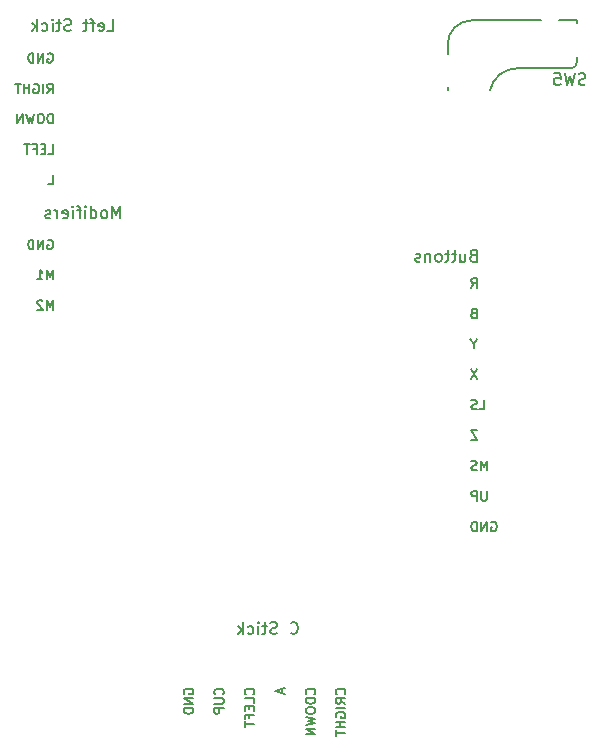
<source format=gbo>
%TF.GenerationSoftware,KiCad,Pcbnew,(6.0.7)*%
%TF.CreationDate,2023-01-05T19:49:15-06:00*%
%TF.ProjectId,OpenRectangle,4f70656e-5265-4637-9461-6e676c652e6b,rev?*%
%TF.SameCoordinates,Original*%
%TF.FileFunction,Legend,Bot*%
%TF.FilePolarity,Positive*%
%FSLAX46Y46*%
G04 Gerber Fmt 4.6, Leading zero omitted, Abs format (unit mm)*
G04 Created by KiCad (PCBNEW (6.0.7)) date 2023-01-05 19:49:15*
%MOMM*%
%LPD*%
G01*
G04 APERTURE LIST*
%ADD10C,0.200000*%
%ADD11C,0.150000*%
G04 APERTURE END LIST*
D10*
X194502380Y-90187904D02*
X194769047Y-89806952D01*
X194959523Y-90187904D02*
X194959523Y-89387904D01*
X194654761Y-89387904D01*
X194578571Y-89426000D01*
X194540476Y-89464095D01*
X194502380Y-89540285D01*
X194502380Y-89654571D01*
X194540476Y-89730761D01*
X194578571Y-89768857D01*
X194654761Y-89806952D01*
X194959523Y-89806952D01*
X194692857Y-92344857D02*
X194578571Y-92382952D01*
X194540476Y-92421047D01*
X194502380Y-92497238D01*
X194502380Y-92611523D01*
X194540476Y-92687714D01*
X194578571Y-92725809D01*
X194654761Y-92763904D01*
X194959523Y-92763904D01*
X194959523Y-91963904D01*
X194692857Y-91963904D01*
X194616666Y-92002000D01*
X194578571Y-92040095D01*
X194540476Y-92116285D01*
X194540476Y-92192476D01*
X194578571Y-92268666D01*
X194616666Y-92306761D01*
X194692857Y-92344857D01*
X194959523Y-92344857D01*
X194692857Y-94958952D02*
X194692857Y-95339904D01*
X194959523Y-94539904D02*
X194692857Y-94958952D01*
X194426190Y-94539904D01*
X194997619Y-97115904D02*
X194464285Y-97915904D01*
X194464285Y-97115904D02*
X194997619Y-97915904D01*
X195188095Y-100491904D02*
X195569047Y-100491904D01*
X195569047Y-99691904D01*
X194959523Y-100453809D02*
X194845238Y-100491904D01*
X194654761Y-100491904D01*
X194578571Y-100453809D01*
X194540476Y-100415714D01*
X194502380Y-100339523D01*
X194502380Y-100263333D01*
X194540476Y-100187142D01*
X194578571Y-100149047D01*
X194654761Y-100110952D01*
X194807142Y-100072857D01*
X194883333Y-100034761D01*
X194921428Y-99996666D01*
X194959523Y-99920476D01*
X194959523Y-99844285D01*
X194921428Y-99768095D01*
X194883333Y-99730000D01*
X194807142Y-99691904D01*
X194616666Y-99691904D01*
X194502380Y-99730000D01*
X194997619Y-102267904D02*
X194464285Y-102267904D01*
X194997619Y-103067904D01*
X194464285Y-103067904D01*
X195835714Y-105643904D02*
X195835714Y-104843904D01*
X195569047Y-105415333D01*
X195302380Y-104843904D01*
X195302380Y-105643904D01*
X194959523Y-105605809D02*
X194845238Y-105643904D01*
X194654761Y-105643904D01*
X194578571Y-105605809D01*
X194540476Y-105567714D01*
X194502380Y-105491523D01*
X194502380Y-105415333D01*
X194540476Y-105339142D01*
X194578571Y-105301047D01*
X194654761Y-105262952D01*
X194807142Y-105224857D01*
X194883333Y-105186761D01*
X194921428Y-105148666D01*
X194959523Y-105072476D01*
X194959523Y-104996285D01*
X194921428Y-104920095D01*
X194883333Y-104882000D01*
X194807142Y-104843904D01*
X194616666Y-104843904D01*
X194502380Y-104882000D01*
X195797619Y-107419904D02*
X195797619Y-108067523D01*
X195759523Y-108143714D01*
X195721428Y-108181809D01*
X195645238Y-108219904D01*
X195492857Y-108219904D01*
X195416666Y-108181809D01*
X195378571Y-108143714D01*
X195340476Y-108067523D01*
X195340476Y-107419904D01*
X194959523Y-108219904D02*
X194959523Y-107419904D01*
X194654761Y-107419904D01*
X194578571Y-107458000D01*
X194540476Y-107496095D01*
X194502380Y-107572285D01*
X194502380Y-107686571D01*
X194540476Y-107762761D01*
X194578571Y-107800857D01*
X194654761Y-107838952D01*
X194959523Y-107838952D01*
X196178571Y-110034000D02*
X196254761Y-109995904D01*
X196369047Y-109995904D01*
X196483333Y-110034000D01*
X196559523Y-110110190D01*
X196597619Y-110186380D01*
X196635714Y-110338761D01*
X196635714Y-110453047D01*
X196597619Y-110605428D01*
X196559523Y-110681619D01*
X196483333Y-110757809D01*
X196369047Y-110795904D01*
X196292857Y-110795904D01*
X196178571Y-110757809D01*
X196140476Y-110719714D01*
X196140476Y-110453047D01*
X196292857Y-110453047D01*
X195797619Y-110795904D02*
X195797619Y-109995904D01*
X195340476Y-110795904D01*
X195340476Y-109995904D01*
X194959523Y-110795904D02*
X194959523Y-109995904D01*
X194769047Y-109995904D01*
X194654761Y-110034000D01*
X194578571Y-110110190D01*
X194540476Y-110186380D01*
X194502380Y-110338761D01*
X194502380Y-110453047D01*
X194540476Y-110605428D01*
X194578571Y-110681619D01*
X194654761Y-110757809D01*
X194769047Y-110795904D01*
X194959523Y-110795904D01*
X158650476Y-70378000D02*
X158726666Y-70339904D01*
X158840952Y-70339904D01*
X158955238Y-70378000D01*
X159031428Y-70454190D01*
X159069523Y-70530380D01*
X159107619Y-70682761D01*
X159107619Y-70797047D01*
X159069523Y-70949428D01*
X159031428Y-71025619D01*
X158955238Y-71101809D01*
X158840952Y-71139904D01*
X158764761Y-71139904D01*
X158650476Y-71101809D01*
X158612380Y-71063714D01*
X158612380Y-70797047D01*
X158764761Y-70797047D01*
X158269523Y-71139904D02*
X158269523Y-70339904D01*
X157812380Y-71139904D01*
X157812380Y-70339904D01*
X157431428Y-71139904D02*
X157431428Y-70339904D01*
X157240952Y-70339904D01*
X157126666Y-70378000D01*
X157050476Y-70454190D01*
X157012380Y-70530380D01*
X156974285Y-70682761D01*
X156974285Y-70797047D01*
X157012380Y-70949428D01*
X157050476Y-71025619D01*
X157126666Y-71101809D01*
X157240952Y-71139904D01*
X157431428Y-71139904D01*
X158612380Y-73715904D02*
X158879047Y-73334952D01*
X159069523Y-73715904D02*
X159069523Y-72915904D01*
X158764761Y-72915904D01*
X158688571Y-72954000D01*
X158650476Y-72992095D01*
X158612380Y-73068285D01*
X158612380Y-73182571D01*
X158650476Y-73258761D01*
X158688571Y-73296857D01*
X158764761Y-73334952D01*
X159069523Y-73334952D01*
X158269523Y-73715904D02*
X158269523Y-72915904D01*
X157469523Y-72954000D02*
X157545714Y-72915904D01*
X157660000Y-72915904D01*
X157774285Y-72954000D01*
X157850476Y-73030190D01*
X157888571Y-73106380D01*
X157926666Y-73258761D01*
X157926666Y-73373047D01*
X157888571Y-73525428D01*
X157850476Y-73601619D01*
X157774285Y-73677809D01*
X157660000Y-73715904D01*
X157583809Y-73715904D01*
X157469523Y-73677809D01*
X157431428Y-73639714D01*
X157431428Y-73373047D01*
X157583809Y-73373047D01*
X157088571Y-73715904D02*
X157088571Y-72915904D01*
X157088571Y-73296857D02*
X156631428Y-73296857D01*
X156631428Y-73715904D02*
X156631428Y-72915904D01*
X156364761Y-72915904D02*
X155907619Y-72915904D01*
X156136190Y-73715904D02*
X156136190Y-72915904D01*
X159069523Y-76291904D02*
X159069523Y-75491904D01*
X158879047Y-75491904D01*
X158764761Y-75530000D01*
X158688571Y-75606190D01*
X158650476Y-75682380D01*
X158612380Y-75834761D01*
X158612380Y-75949047D01*
X158650476Y-76101428D01*
X158688571Y-76177619D01*
X158764761Y-76253809D01*
X158879047Y-76291904D01*
X159069523Y-76291904D01*
X158117142Y-75491904D02*
X157964761Y-75491904D01*
X157888571Y-75530000D01*
X157812380Y-75606190D01*
X157774285Y-75758571D01*
X157774285Y-76025238D01*
X157812380Y-76177619D01*
X157888571Y-76253809D01*
X157964761Y-76291904D01*
X158117142Y-76291904D01*
X158193333Y-76253809D01*
X158269523Y-76177619D01*
X158307619Y-76025238D01*
X158307619Y-75758571D01*
X158269523Y-75606190D01*
X158193333Y-75530000D01*
X158117142Y-75491904D01*
X157507619Y-75491904D02*
X157317142Y-76291904D01*
X157164761Y-75720476D01*
X157012380Y-76291904D01*
X156821904Y-75491904D01*
X156517142Y-76291904D02*
X156517142Y-75491904D01*
X156060000Y-76291904D01*
X156060000Y-75491904D01*
X158688571Y-78867904D02*
X159069523Y-78867904D01*
X159069523Y-78067904D01*
X158421904Y-78448857D02*
X158155238Y-78448857D01*
X158040952Y-78867904D02*
X158421904Y-78867904D01*
X158421904Y-78067904D01*
X158040952Y-78067904D01*
X157431428Y-78448857D02*
X157698095Y-78448857D01*
X157698095Y-78867904D02*
X157698095Y-78067904D01*
X157317142Y-78067904D01*
X157126666Y-78067904D02*
X156669523Y-78067904D01*
X156898095Y-78867904D02*
X156898095Y-78067904D01*
X158688571Y-81443904D02*
X159069523Y-81443904D01*
X159069523Y-80643904D01*
X158650476Y-86164000D02*
X158726666Y-86125904D01*
X158840952Y-86125904D01*
X158955238Y-86164000D01*
X159031428Y-86240190D01*
X159069523Y-86316380D01*
X159107619Y-86468761D01*
X159107619Y-86583047D01*
X159069523Y-86735428D01*
X159031428Y-86811619D01*
X158955238Y-86887809D01*
X158840952Y-86925904D01*
X158764761Y-86925904D01*
X158650476Y-86887809D01*
X158612380Y-86849714D01*
X158612380Y-86583047D01*
X158764761Y-86583047D01*
X158269523Y-86925904D02*
X158269523Y-86125904D01*
X157812380Y-86925904D01*
X157812380Y-86125904D01*
X157431428Y-86925904D02*
X157431428Y-86125904D01*
X157240952Y-86125904D01*
X157126666Y-86164000D01*
X157050476Y-86240190D01*
X157012380Y-86316380D01*
X156974285Y-86468761D01*
X156974285Y-86583047D01*
X157012380Y-86735428D01*
X157050476Y-86811619D01*
X157126666Y-86887809D01*
X157240952Y-86925904D01*
X157431428Y-86925904D01*
X159069523Y-89501904D02*
X159069523Y-88701904D01*
X158802857Y-89273333D01*
X158536190Y-88701904D01*
X158536190Y-89501904D01*
X157736190Y-89501904D02*
X158193333Y-89501904D01*
X157964761Y-89501904D02*
X157964761Y-88701904D01*
X158040952Y-88816190D01*
X158117142Y-88892380D01*
X158193333Y-88930476D01*
X159069523Y-92077904D02*
X159069523Y-91277904D01*
X158802857Y-91849333D01*
X158536190Y-91277904D01*
X158536190Y-92077904D01*
X158193333Y-91354095D02*
X158155238Y-91316000D01*
X158079047Y-91277904D01*
X157888571Y-91277904D01*
X157812380Y-91316000D01*
X157774285Y-91354095D01*
X157736190Y-91430285D01*
X157736190Y-91506476D01*
X157774285Y-91620761D01*
X158231428Y-92077904D01*
X157736190Y-92077904D01*
X170200000Y-124599523D02*
X170161904Y-124523333D01*
X170161904Y-124409047D01*
X170200000Y-124294761D01*
X170276190Y-124218571D01*
X170352380Y-124180476D01*
X170504761Y-124142380D01*
X170619047Y-124142380D01*
X170771428Y-124180476D01*
X170847619Y-124218571D01*
X170923809Y-124294761D01*
X170961904Y-124409047D01*
X170961904Y-124485238D01*
X170923809Y-124599523D01*
X170885714Y-124637619D01*
X170619047Y-124637619D01*
X170619047Y-124485238D01*
X170961904Y-124980476D02*
X170161904Y-124980476D01*
X170961904Y-125437619D01*
X170161904Y-125437619D01*
X170961904Y-125818571D02*
X170161904Y-125818571D01*
X170161904Y-126009047D01*
X170200000Y-126123333D01*
X170276190Y-126199523D01*
X170352380Y-126237619D01*
X170504761Y-126275714D01*
X170619047Y-126275714D01*
X170771428Y-126237619D01*
X170847619Y-126199523D01*
X170923809Y-126123333D01*
X170961904Y-126009047D01*
X170961904Y-125818571D01*
X173461714Y-124637619D02*
X173499809Y-124599523D01*
X173537904Y-124485238D01*
X173537904Y-124409047D01*
X173499809Y-124294761D01*
X173423619Y-124218571D01*
X173347428Y-124180476D01*
X173195047Y-124142380D01*
X173080761Y-124142380D01*
X172928380Y-124180476D01*
X172852190Y-124218571D01*
X172776000Y-124294761D01*
X172737904Y-124409047D01*
X172737904Y-124485238D01*
X172776000Y-124599523D01*
X172814095Y-124637619D01*
X172737904Y-124980476D02*
X173385523Y-124980476D01*
X173461714Y-125018571D01*
X173499809Y-125056666D01*
X173537904Y-125132857D01*
X173537904Y-125285238D01*
X173499809Y-125361428D01*
X173461714Y-125399523D01*
X173385523Y-125437619D01*
X172737904Y-125437619D01*
X173537904Y-125818571D02*
X172737904Y-125818571D01*
X172737904Y-126123333D01*
X172776000Y-126199523D01*
X172814095Y-126237619D01*
X172890285Y-126275714D01*
X173004571Y-126275714D01*
X173080761Y-126237619D01*
X173118857Y-126199523D01*
X173156952Y-126123333D01*
X173156952Y-125818571D01*
X176037714Y-124637619D02*
X176075809Y-124599523D01*
X176113904Y-124485238D01*
X176113904Y-124409047D01*
X176075809Y-124294761D01*
X175999619Y-124218571D01*
X175923428Y-124180476D01*
X175771047Y-124142380D01*
X175656761Y-124142380D01*
X175504380Y-124180476D01*
X175428190Y-124218571D01*
X175352000Y-124294761D01*
X175313904Y-124409047D01*
X175313904Y-124485238D01*
X175352000Y-124599523D01*
X175390095Y-124637619D01*
X176113904Y-125361428D02*
X176113904Y-124980476D01*
X175313904Y-124980476D01*
X175694857Y-125628095D02*
X175694857Y-125894761D01*
X176113904Y-126009047D02*
X176113904Y-125628095D01*
X175313904Y-125628095D01*
X175313904Y-126009047D01*
X175694857Y-126618571D02*
X175694857Y-126351904D01*
X176113904Y-126351904D02*
X175313904Y-126351904D01*
X175313904Y-126732857D01*
X175313904Y-126923333D02*
X175313904Y-127380476D01*
X176113904Y-127151904D02*
X175313904Y-127151904D01*
X178461333Y-124142380D02*
X178461333Y-124523333D01*
X178689904Y-124066190D02*
X177889904Y-124332857D01*
X178689904Y-124599523D01*
X181189714Y-124637619D02*
X181227809Y-124599523D01*
X181265904Y-124485238D01*
X181265904Y-124409047D01*
X181227809Y-124294761D01*
X181151619Y-124218571D01*
X181075428Y-124180476D01*
X180923047Y-124142380D01*
X180808761Y-124142380D01*
X180656380Y-124180476D01*
X180580190Y-124218571D01*
X180504000Y-124294761D01*
X180465904Y-124409047D01*
X180465904Y-124485238D01*
X180504000Y-124599523D01*
X180542095Y-124637619D01*
X181265904Y-124980476D02*
X180465904Y-124980476D01*
X180465904Y-125170952D01*
X180504000Y-125285238D01*
X180580190Y-125361428D01*
X180656380Y-125399523D01*
X180808761Y-125437619D01*
X180923047Y-125437619D01*
X181075428Y-125399523D01*
X181151619Y-125361428D01*
X181227809Y-125285238D01*
X181265904Y-125170952D01*
X181265904Y-124980476D01*
X180465904Y-125932857D02*
X180465904Y-126085238D01*
X180504000Y-126161428D01*
X180580190Y-126237619D01*
X180732571Y-126275714D01*
X180999238Y-126275714D01*
X181151619Y-126237619D01*
X181227809Y-126161428D01*
X181265904Y-126085238D01*
X181265904Y-125932857D01*
X181227809Y-125856666D01*
X181151619Y-125780476D01*
X180999238Y-125742380D01*
X180732571Y-125742380D01*
X180580190Y-125780476D01*
X180504000Y-125856666D01*
X180465904Y-125932857D01*
X180465904Y-126542380D02*
X181265904Y-126732857D01*
X180694476Y-126885238D01*
X181265904Y-127037619D01*
X180465904Y-127228095D01*
X181265904Y-127532857D02*
X180465904Y-127532857D01*
X181265904Y-127990000D01*
X180465904Y-127990000D01*
X183765714Y-124637619D02*
X183803809Y-124599523D01*
X183841904Y-124485238D01*
X183841904Y-124409047D01*
X183803809Y-124294761D01*
X183727619Y-124218571D01*
X183651428Y-124180476D01*
X183499047Y-124142380D01*
X183384761Y-124142380D01*
X183232380Y-124180476D01*
X183156190Y-124218571D01*
X183080000Y-124294761D01*
X183041904Y-124409047D01*
X183041904Y-124485238D01*
X183080000Y-124599523D01*
X183118095Y-124637619D01*
X183841904Y-125437619D02*
X183460952Y-125170952D01*
X183841904Y-124980476D02*
X183041904Y-124980476D01*
X183041904Y-125285238D01*
X183080000Y-125361428D01*
X183118095Y-125399523D01*
X183194285Y-125437619D01*
X183308571Y-125437619D01*
X183384761Y-125399523D01*
X183422857Y-125361428D01*
X183460952Y-125285238D01*
X183460952Y-124980476D01*
X183841904Y-125780476D02*
X183041904Y-125780476D01*
X183080000Y-126580476D02*
X183041904Y-126504285D01*
X183041904Y-126390000D01*
X183080000Y-126275714D01*
X183156190Y-126199523D01*
X183232380Y-126161428D01*
X183384761Y-126123333D01*
X183499047Y-126123333D01*
X183651428Y-126161428D01*
X183727619Y-126199523D01*
X183803809Y-126275714D01*
X183841904Y-126390000D01*
X183841904Y-126466190D01*
X183803809Y-126580476D01*
X183765714Y-126618571D01*
X183499047Y-126618571D01*
X183499047Y-126466190D01*
X183841904Y-126961428D02*
X183041904Y-126961428D01*
X183422857Y-126961428D02*
X183422857Y-127418571D01*
X183841904Y-127418571D02*
X183041904Y-127418571D01*
X183041904Y-127685238D02*
X183041904Y-128142380D01*
X183841904Y-127913809D02*
X183041904Y-127913809D01*
D11*
%TO.C,J9*%
X163664761Y-68452380D02*
X164140952Y-68452380D01*
X164140952Y-67452380D01*
X162950476Y-68404761D02*
X163045714Y-68452380D01*
X163236190Y-68452380D01*
X163331428Y-68404761D01*
X163379047Y-68309523D01*
X163379047Y-67928571D01*
X163331428Y-67833333D01*
X163236190Y-67785714D01*
X163045714Y-67785714D01*
X162950476Y-67833333D01*
X162902857Y-67928571D01*
X162902857Y-68023809D01*
X163379047Y-68119047D01*
X162617142Y-67785714D02*
X162236190Y-67785714D01*
X162474285Y-68452380D02*
X162474285Y-67595238D01*
X162426666Y-67500000D01*
X162331428Y-67452380D01*
X162236190Y-67452380D01*
X162045714Y-67785714D02*
X161664761Y-67785714D01*
X161902857Y-67452380D02*
X161902857Y-68309523D01*
X161855238Y-68404761D01*
X161760000Y-68452380D01*
X161664761Y-68452380D01*
X160617142Y-68404761D02*
X160474285Y-68452380D01*
X160236190Y-68452380D01*
X160140952Y-68404761D01*
X160093333Y-68357142D01*
X160045714Y-68261904D01*
X160045714Y-68166666D01*
X160093333Y-68071428D01*
X160140952Y-68023809D01*
X160236190Y-67976190D01*
X160426666Y-67928571D01*
X160521904Y-67880952D01*
X160569523Y-67833333D01*
X160617142Y-67738095D01*
X160617142Y-67642857D01*
X160569523Y-67547619D01*
X160521904Y-67500000D01*
X160426666Y-67452380D01*
X160188571Y-67452380D01*
X160045714Y-67500000D01*
X159760000Y-67785714D02*
X159379047Y-67785714D01*
X159617142Y-67452380D02*
X159617142Y-68309523D01*
X159569523Y-68404761D01*
X159474285Y-68452380D01*
X159379047Y-68452380D01*
X159045714Y-68452380D02*
X159045714Y-67785714D01*
X159045714Y-67452380D02*
X159093333Y-67500000D01*
X159045714Y-67547619D01*
X158998095Y-67500000D01*
X159045714Y-67452380D01*
X159045714Y-67547619D01*
X158140952Y-68404761D02*
X158236190Y-68452380D01*
X158426666Y-68452380D01*
X158521904Y-68404761D01*
X158569523Y-68357142D01*
X158617142Y-68261904D01*
X158617142Y-67976190D01*
X158569523Y-67880952D01*
X158521904Y-67833333D01*
X158426666Y-67785714D01*
X158236190Y-67785714D01*
X158140952Y-67833333D01*
X157712380Y-68452380D02*
X157712380Y-67452380D01*
X157617142Y-68071428D02*
X157331428Y-68452380D01*
X157331428Y-67785714D02*
X157712380Y-68166666D01*
%TO.C,J12*%
X194651904Y-87468571D02*
X194509047Y-87516190D01*
X194461428Y-87563809D01*
X194413809Y-87659047D01*
X194413809Y-87801904D01*
X194461428Y-87897142D01*
X194509047Y-87944761D01*
X194604285Y-87992380D01*
X194985238Y-87992380D01*
X194985238Y-86992380D01*
X194651904Y-86992380D01*
X194556666Y-87040000D01*
X194509047Y-87087619D01*
X194461428Y-87182857D01*
X194461428Y-87278095D01*
X194509047Y-87373333D01*
X194556666Y-87420952D01*
X194651904Y-87468571D01*
X194985238Y-87468571D01*
X193556666Y-87325714D02*
X193556666Y-87992380D01*
X193985238Y-87325714D02*
X193985238Y-87849523D01*
X193937619Y-87944761D01*
X193842380Y-87992380D01*
X193699523Y-87992380D01*
X193604285Y-87944761D01*
X193556666Y-87897142D01*
X193223333Y-87325714D02*
X192842380Y-87325714D01*
X193080476Y-86992380D02*
X193080476Y-87849523D01*
X193032857Y-87944761D01*
X192937619Y-87992380D01*
X192842380Y-87992380D01*
X192651904Y-87325714D02*
X192270952Y-87325714D01*
X192509047Y-86992380D02*
X192509047Y-87849523D01*
X192461428Y-87944761D01*
X192366190Y-87992380D01*
X192270952Y-87992380D01*
X191794761Y-87992380D02*
X191890000Y-87944761D01*
X191937619Y-87897142D01*
X191985238Y-87801904D01*
X191985238Y-87516190D01*
X191937619Y-87420952D01*
X191890000Y-87373333D01*
X191794761Y-87325714D01*
X191651904Y-87325714D01*
X191556666Y-87373333D01*
X191509047Y-87420952D01*
X191461428Y-87516190D01*
X191461428Y-87801904D01*
X191509047Y-87897142D01*
X191556666Y-87944761D01*
X191651904Y-87992380D01*
X191794761Y-87992380D01*
X191032857Y-87325714D02*
X191032857Y-87992380D01*
X191032857Y-87420952D02*
X190985238Y-87373333D01*
X190890000Y-87325714D01*
X190747142Y-87325714D01*
X190651904Y-87373333D01*
X190604285Y-87468571D01*
X190604285Y-87992380D01*
X190175714Y-87944761D02*
X190080476Y-87992380D01*
X189890000Y-87992380D01*
X189794761Y-87944761D01*
X189747142Y-87849523D01*
X189747142Y-87801904D01*
X189794761Y-87706666D01*
X189890000Y-87659047D01*
X190032857Y-87659047D01*
X190128095Y-87611428D01*
X190175714Y-87516190D01*
X190175714Y-87468571D01*
X190128095Y-87373333D01*
X190032857Y-87325714D01*
X189890000Y-87325714D01*
X189794761Y-87373333D01*
%TO.C,J11*%
X179194761Y-119427142D02*
X179242380Y-119474761D01*
X179385238Y-119522380D01*
X179480476Y-119522380D01*
X179623333Y-119474761D01*
X179718571Y-119379523D01*
X179766190Y-119284285D01*
X179813809Y-119093809D01*
X179813809Y-118950952D01*
X179766190Y-118760476D01*
X179718571Y-118665238D01*
X179623333Y-118570000D01*
X179480476Y-118522380D01*
X179385238Y-118522380D01*
X179242380Y-118570000D01*
X179194761Y-118617619D01*
X178051904Y-119474761D02*
X177909047Y-119522380D01*
X177670952Y-119522380D01*
X177575714Y-119474761D01*
X177528095Y-119427142D01*
X177480476Y-119331904D01*
X177480476Y-119236666D01*
X177528095Y-119141428D01*
X177575714Y-119093809D01*
X177670952Y-119046190D01*
X177861428Y-118998571D01*
X177956666Y-118950952D01*
X178004285Y-118903333D01*
X178051904Y-118808095D01*
X178051904Y-118712857D01*
X178004285Y-118617619D01*
X177956666Y-118570000D01*
X177861428Y-118522380D01*
X177623333Y-118522380D01*
X177480476Y-118570000D01*
X177194761Y-118855714D02*
X176813809Y-118855714D01*
X177051904Y-118522380D02*
X177051904Y-119379523D01*
X177004285Y-119474761D01*
X176909047Y-119522380D01*
X176813809Y-119522380D01*
X176480476Y-119522380D02*
X176480476Y-118855714D01*
X176480476Y-118522380D02*
X176528095Y-118570000D01*
X176480476Y-118617619D01*
X176432857Y-118570000D01*
X176480476Y-118522380D01*
X176480476Y-118617619D01*
X175575714Y-119474761D02*
X175670952Y-119522380D01*
X175861428Y-119522380D01*
X175956666Y-119474761D01*
X176004285Y-119427142D01*
X176051904Y-119331904D01*
X176051904Y-119046190D01*
X176004285Y-118950952D01*
X175956666Y-118903333D01*
X175861428Y-118855714D01*
X175670952Y-118855714D01*
X175575714Y-118903333D01*
X175147142Y-119522380D02*
X175147142Y-118522380D01*
X175051904Y-119141428D02*
X174766190Y-119522380D01*
X174766190Y-118855714D02*
X175147142Y-119236666D01*
%TO.C,J10*%
X164762857Y-84312380D02*
X164762857Y-83312380D01*
X164429523Y-84026666D01*
X164096190Y-83312380D01*
X164096190Y-84312380D01*
X163477142Y-84312380D02*
X163572380Y-84264761D01*
X163620000Y-84217142D01*
X163667619Y-84121904D01*
X163667619Y-83836190D01*
X163620000Y-83740952D01*
X163572380Y-83693333D01*
X163477142Y-83645714D01*
X163334285Y-83645714D01*
X163239047Y-83693333D01*
X163191428Y-83740952D01*
X163143809Y-83836190D01*
X163143809Y-84121904D01*
X163191428Y-84217142D01*
X163239047Y-84264761D01*
X163334285Y-84312380D01*
X163477142Y-84312380D01*
X162286666Y-84312380D02*
X162286666Y-83312380D01*
X162286666Y-84264761D02*
X162381904Y-84312380D01*
X162572380Y-84312380D01*
X162667619Y-84264761D01*
X162715238Y-84217142D01*
X162762857Y-84121904D01*
X162762857Y-83836190D01*
X162715238Y-83740952D01*
X162667619Y-83693333D01*
X162572380Y-83645714D01*
X162381904Y-83645714D01*
X162286666Y-83693333D01*
X161810476Y-84312380D02*
X161810476Y-83645714D01*
X161810476Y-83312380D02*
X161858095Y-83360000D01*
X161810476Y-83407619D01*
X161762857Y-83360000D01*
X161810476Y-83312380D01*
X161810476Y-83407619D01*
X161477142Y-83645714D02*
X161096190Y-83645714D01*
X161334285Y-84312380D02*
X161334285Y-83455238D01*
X161286666Y-83360000D01*
X161191428Y-83312380D01*
X161096190Y-83312380D01*
X160762857Y-84312380D02*
X160762857Y-83645714D01*
X160762857Y-83312380D02*
X160810476Y-83360000D01*
X160762857Y-83407619D01*
X160715238Y-83360000D01*
X160762857Y-83312380D01*
X160762857Y-83407619D01*
X159905714Y-84264761D02*
X160000952Y-84312380D01*
X160191428Y-84312380D01*
X160286666Y-84264761D01*
X160334285Y-84169523D01*
X160334285Y-83788571D01*
X160286666Y-83693333D01*
X160191428Y-83645714D01*
X160000952Y-83645714D01*
X159905714Y-83693333D01*
X159858095Y-83788571D01*
X159858095Y-83883809D01*
X160334285Y-83979047D01*
X159429523Y-84312380D02*
X159429523Y-83645714D01*
X159429523Y-83836190D02*
X159381904Y-83740952D01*
X159334285Y-83693333D01*
X159239047Y-83645714D01*
X159143809Y-83645714D01*
X158858095Y-84264761D02*
X158762857Y-84312380D01*
X158572380Y-84312380D01*
X158477142Y-84264761D01*
X158429523Y-84169523D01*
X158429523Y-84121904D01*
X158477142Y-84026666D01*
X158572380Y-83979047D01*
X158715238Y-83979047D01*
X158810476Y-83931428D01*
X158858095Y-83836190D01*
X158858095Y-83788571D01*
X158810476Y-83693333D01*
X158715238Y-83645714D01*
X158572380Y-83645714D01*
X158477142Y-83693333D01*
%TO.C,SW5*%
X204161833Y-72981627D02*
X204018976Y-73029246D01*
X203780880Y-73029246D01*
X203685642Y-72981627D01*
X203638023Y-72934008D01*
X203590404Y-72838770D01*
X203590404Y-72743532D01*
X203638023Y-72648294D01*
X203685642Y-72600675D01*
X203780880Y-72553056D01*
X203971357Y-72505437D01*
X204066595Y-72457818D01*
X204114214Y-72410199D01*
X204161833Y-72314961D01*
X204161833Y-72219723D01*
X204114214Y-72124485D01*
X204066595Y-72076866D01*
X203971357Y-72029246D01*
X203733261Y-72029246D01*
X203590404Y-72076866D01*
X203257071Y-72029246D02*
X203018976Y-73029246D01*
X202828500Y-72314961D01*
X202638023Y-73029246D01*
X202399928Y-72029246D01*
X201542785Y-72029246D02*
X202018976Y-72029246D01*
X202066595Y-72505437D01*
X202018976Y-72457818D01*
X201923738Y-72410199D01*
X201685642Y-72410199D01*
X201590404Y-72457818D01*
X201542785Y-72505437D01*
X201495166Y-72600675D01*
X201495166Y-72838770D01*
X201542785Y-72934008D01*
X201590404Y-72981627D01*
X201685642Y-73029246D01*
X201923738Y-73029246D01*
X202018976Y-72981627D01*
X202066595Y-72934008D01*
X192493324Y-70376646D02*
X192493324Y-69576646D01*
X201893324Y-67576646D02*
X203443324Y-67576646D01*
X192493324Y-73226646D02*
X192493324Y-73466646D01*
X194493324Y-67576646D02*
X200393324Y-67576646D01*
X202943324Y-71626646D02*
X198378500Y-71626646D01*
X203443324Y-70656646D02*
X203443324Y-71126646D01*
X203443324Y-67576646D02*
X203443324Y-67806646D01*
X198378500Y-71626646D02*
G75*
G03*
X196084178Y-73466646I-866J-2349332D01*
G01*
X202943324Y-71626646D02*
G75*
G03*
X203443324Y-71126646I-1J500001D01*
G01*
X194493324Y-67576646D02*
G75*
G03*
X192493324Y-69576646I5J-2000005D01*
G01*
%TD*%
M02*

</source>
